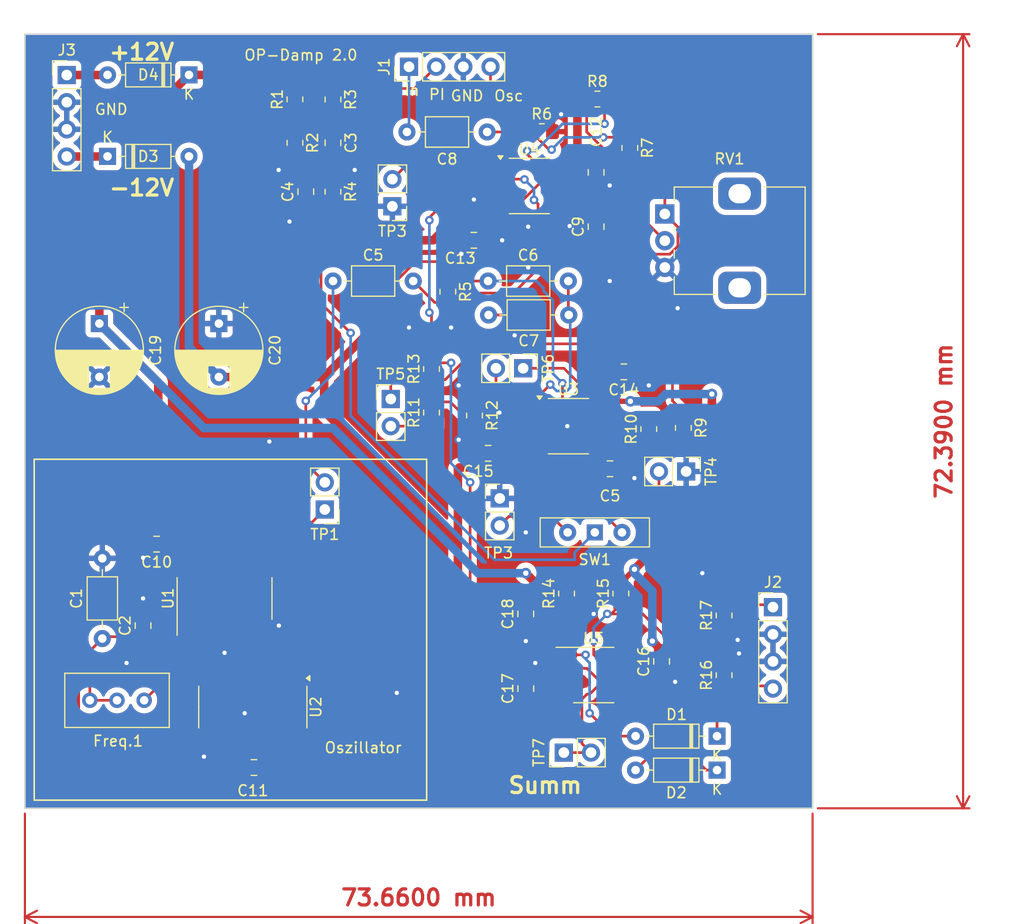
<source format=kicad_pcb>
(kicad_pcb (version 20240108) (generator "pcbnew") (generator_version "8.0")
  (title_block (title "OP-Damp") (date "2023-11-11") (rev "1.0") (comment 1 "Testboard für DampModuklator ohne Leistungsanteil"))
  (layers (0 "F.Cu" signal) (31 "B.Cu" signal) (34 "B.Paste" user) (35 "F.Paste" user) (36 "B.SilkS" user "B.Silkscreen") (37 "F.SilkS" user "F.Silkscreen") (38 "B.Mask" user) (39 "F.Mask" user) (44 "Edge.Cuts" user))
  (net 0 "")
  (net 1 "Net-(C1-Pad1)")
  (net 2 "GND")
  (net 3 "+12V")
  (net 4 "-12V")
  (net 5 "Net-(D1-K)")
  (net 6 "Net-(D1-A)")
  (net 7 "Net-(D2-K)")
  (net 8 "Net-(D3-K)")
  (net 9 "Net-(D4-A)")
  (net 10 "Sign_ein")
  (net 11 "OSC_inv")
  (net 12 "Net-(C4-Pad2)")
  (net 13 "Net-(U3B-+)")
  (net 14 "Net-(U4A--)")
  (net 15 "Net-(TP1-Pad1)")
  (net 16 "Osc")
  (net 17 "Net-(C5-Pad2)")
  (net 18 "TRI")
  (net 19 "Net-(D2-A)")
  (net 20 "Net-(Freq.1-Pad1)")
  (net 21 "Net-(U3B--)")
  (net 23 "Net-(SW1-C)")
  (net 24 "Sign_Power")
  (net 25 "Net-(SW1-B)")
  (net 26 "Net-(SW1-A)")
  (net 27 "Net-(C3-Pad1)")
  (net 28 "Net-(C5-Pad1)")
  (net 29 "Net-(C6-Pad2)")
  (net 30 "Net-(C8-Pad2)")
  (net 31 "Net-(C9-Pad2)")
  (net 32 "Net-(U4B--)")
  (net 33 "Net-(R8-Pad2)")
  (net 34 "Net-(R10-Pad2)")
  (net 35 "Net-(R11-Pad1)")
  (net 36 "Net-(R12-Pad1)")
  (net 37 "Net-(U5A--)")
  (net 38 "Net-(U2B-C)")
  (net 39 "Net-(U2B-Q)")
  (footprint "Package_SO:SOP-8_3.76x4.96mm_P1.27mm" (layer "F.Cu") (at 178.9935 97.617)
    (property "Reference" "U3")
    (property "Value" "NE5532")
  )
  (footprint "Diode_THT:D_DO-35_SOD27_P7.62mm_Horizontal" (layer "F.Cu") (at 192.8885 129.778 180)
    (property "Reference" "D2")
    (property "Value" "1N4007")
  )
  (footprint "Package_SO:SO-14_3.9x8.65mm_P1.27mm" (layer "F.Cu") (at 146.834 113.727 90)
    (property "Reference" "U1")
    (property "Value" "40106")
  )
  (footprint "Capacitor_SMD:C_0805_2012Metric_Pad1.18x1.45mm_HandSolder" (layer "F.Cu") (at 182.88 101.6)
    (property "Reference" "C5")
    (property "Value" "100n")
  )
  (footprint "Connector_PinHeader_2.54mm:PinHeader_1x04_P2.54mm_Vertical" (layer "F.Cu") (at 132.08 64.78)
    (property "Reference" "J3")
    (property "Value" "Conn_01x04_Pin")
  )
  (footprint "Connector_PinHeader_2.54mm:PinHeader_1x02_P2.54mm_Vertical" (layer "F.Cu") (at 174.757 92.202 -90)
    (property "Reference" "TP6")
    (property "Value" "TestPoint_2Pole")
  )
  (footprint "Capacitor_SMD:C_0805_2012Metric_Pad1.18x1.45mm_HandSolder" (layer "F.Cu") (at 140.484 108.647 180)
    (property "Reference" "C10")
    (property "Value" "100nF")
  )
  (footprint "Capacitor_SMD:C_0805_2012Metric_Pad1.18x1.45mm_HandSolder" (layer "F.Cu") (at 139.214 116.267 90)
    (property "Reference" "C2")
    (property "Value" "100n")
  )
  (footprint "Capacitor_SMD:C_0805_2012Metric_Pad1.18x1.45mm_HandSolder" (layer "F.Cu") (at 149.5845 129.54 180)
    (property "Reference" "C11")
    (property "Value" "100nF")
  )
  (footprint "Capacitor_THT:CP_Radial_D8.0mm_P5.00mm" (layer "F.Cu") (at 135.128 88.021349 -90)
    (property "Reference" "C19")
    (property "Value" "C_Polarized")
  )
  (footprint "Resistor_SMD:R_0805_2012Metric_Pad1.20x1.40mm_HandSolder" (layer "F.Cu") (at 184.733 71.598 -90)
    (property "Reference" "R7")
    (property "Value" "10k")
  )
  (footprint "Resistor_SMD:R_0805_2012Metric_Pad1.20x1.40mm_HandSolder" (layer "F.Cu") (at 183.896 113.268 90)
    (property "Reference" "R15")
    (property "Value" "3k")
  )
  (footprint "Resistor_SMD:R_0805_2012Metric_Pad1.20x1.40mm_HandSolder" (layer "F.Cu") (at 178.816 113.268 90)
    (property "Reference" "R14")
    (property "Value" "3k")
  )
  (footprint "Capacitor_SMD:C_0805_2012Metric_Pad1.18x1.45mm_HandSolder" (layer "F.Cu") (at 181.58 78.964 90)
    (property "Reference" "C9")
    (property "Value" "10n")
  )
  (footprint "Resistor_SMD:R_0805_2012Metric_Pad1.20x1.40mm_HandSolder" (layer "F.Cu") (at 186.5085 97.887 90)
    (property "Reference" "R10")
    (property "Value" "10k")
  )
  (footprint "Resistor_SMD:R_0805_2012Metric_Pad1.20x1.40mm_HandSolder" (layer "F.Cu") (at 193.548 120.904 90)
    (property "Reference" "R16")
    (property "Value" "3k")
  )
  (footprint "Resistor_SMD:R_0805_2012Metric_Pad1.20x1.40mm_HandSolder" (layer "F.Cu") (at 166.1885 96.347 90)
    (property "Reference" "R11")
    (property "Value" "10k")
  )
  (footprint "Capacitor_SMD:C_0805_2012Metric_Pad1.18x1.45mm_HandSolder" (layer "F.Cu") (at 154.432 75.692 90)
    (property "Reference" "C4")
    (property "Value" "100n")
  )
  (footprint "Resistor_SMD:R_0805_2012Metric_Pad1.20x1.40mm_HandSolder" (layer "F.Cu") (at 189.738 97.774 -90)
    (property "Reference" "R9")
    (property "Value" "10k")
  )
  (footprint "Capacitor_THT:C_Axial_L3.8mm_D2.6mm_P7.50mm_Horizontal" (layer "F.Cu") (at 171.48 84.044)
    (property "Reference" "C6")
    (property "Value" "150n")
  )
  (footprint "Capacitor_SMD:C_0805_2012Metric_Pad1.18x1.45mm_HandSolder" (layer "F.Cu") (at 184.1785 92.537 180)
    (property "Reference" "C14")
    (property "Value" "100n")
  )
  (footprint "Capacitor_THT:C_Axial_L3.8mm_D2.6mm_P7.50mm_Horizontal" (layer "F.Cu") (at 179.025 87.219 180)
    (property "Reference" "C7")
    (property "Value" "1u")
  )
  (footprint "Connector_PinHeader_2.54mm:PinHeader_1x04_P2.54mm_Vertical" (layer "F.Cu") (at 164.084 64.008 90)
    (property "Reference" "J1")
    (property "Value" "Conn_01x04_Pin")
  )
  (footprint "Capacitor_SMD:C_0805_2012Metric_Pad1.18x1.45mm_HandSolder" (layer "F.Cu") (at 175.0035 115.173 90)
    (property "Reference" "C18")
    (property "Value" "100n")
  )
  (footprint "Capacitor_THT:CP_Radial_D8.0mm_P5.00mm" (layer "F.Cu") (at 146.304 88.021349 -90)
    (property "Reference" "C20")
    (property "Value" "C_Polarized")
  )
  (footprint "Capacitor_THT:C_Axial_L3.8mm_D2.6mm_P7.50mm_Horizontal" (layer "F.Cu") (at 135.404 117.477 90)
    (property "Reference" "C1")
    (property "Value" "100n")
  )
  (footprint "Capacitor_THT:C_Axial_L3.8mm_D2.6mm_P7.50mm_Horizontal" (layer "F.Cu") (at 163.89 70.104)
    (property "Reference" "C8")
    (property "Value" "1u")
  )
  (footprint "Capacitor_SMD:C_0805_2012Metric_Pad1.18x1.45mm_HandSolder" (layer "F.Cu") (at 171.4785 100.157 180)
    (property "Reference" "C15")
    (property "Value" "100n")
  )
  (footprint "Resistor_SMD:R_0805_2012Metric_Pad1.20x1.40mm_HandSolder" (layer "F.Cu") (at 193.548 115.316 90)
    (property "Reference" "R17")
    (property "Value" "3k")
  )
  (footprint "Resistor_SMD:R_0805_2012Metric_Pad1.20x1.40mm_HandSolder" (layer "F.Cu") (at 156.972 67.072 -90)
    (property "Reference" "R3")
    (property "Value" "1k")
  )
  (footprint "Connector_PinHeader_2.54mm:PinHeader_1x02_P2.54mm_Vertical" (layer "F.Cu") (at 189.997 101.854 -90)
    (property "Reference" "TP4")
    (property "Value" "TestPoint_2Pole")
  )
  (footprint "Capacitor_SMD:C_0805_2012Metric_Pad1.18x1.45mm_HandSolder" (layer "F.Cu") (at 175.006 122.158 90)
    (property "Reference" "C17")
    (property "Value" "100n")
  )
  (footprint "Connector_PinHeader_2.54mm:PinHeader_1x02_P2.54mm_Vertical" (layer "F.Cu") (at 178.562 128.143 90)
    (property "Reference" "TP7")
    (property "Value" "TestPoint_2Pole")
  )
  (footprint "Connector_PinHeader_2.54mm:PinHeader_1x02_P2.54mm_Vertical" (layer "F.Cu") (at 172.5685 104.373)
    (property "Reference" "TP3")
    (property "Value" "TestPoint_3")
  )
  (footprint "Resistor_SMD:R_0805_2012Metric_Pad1.20x1.40mm_HandSolder" (layer "F.Cu") (at 170.2085 96.617 -90)
    (property "Reference" "R12")
    (property "Value" "10k")
  )
  (footprint "Diode_THT:D_DO-35_SOD27_P7.62mm_Horizontal" (layer "F.Cu") (at 143.51 64.77 180)
    (property "Reference" "D4")
    (property "Value" "D")
  )
  (footprint "Connector_PinHeader_2.54mm:PinHeader_1x02_P2.54mm_Vertical" (layer "F.Cu") (at 156.21 105.41 180)
    (property "Reference" "TP1")
    (property "Value" "TestPoint_1")
  )
  (footprint "Resistor_SMD:R_0805_2012Metric_Pad1.20x1.40mm_HandSolder" (layer "F.Cu") (at 156.972 75.692 -90)
    (property "Reference" "R4")
    (property "Value" "100k")
  )
  (footprint "Resistor_SMD:R_0805_2012Metric_Pad1.20x1.40mm_HandSolder" (layer "F.Cu") (at 176.5 70.074)
    (property "Reference" "R6")
    (property "Value" "1k")
  )
  (footprint "Capacitor_SMD:C_0805_2012Metric_Pad1.18x1.45mm_HandSolder" (layer "F.Cu") (at 170.15 80.234 180)
    (property "Reference" "C13")
    (property "Value" "100n")
  )
  (footprint "Diode_THT:D_DO-35_SOD27_P7.62mm_Horizontal" (layer "F.Cu") (at 135.89 72.39)
    (property "Reference" "D3")
    (property "Value" "D")
  )
  (footprint "Capacitor_THT:C_Axial_L3.8mm_D2.6mm_P7.50mm_Horizontal" (layer "F.Cu") (at 156.98 84.044)
    (property "Reference" "C5")
    (property "Value" "1u")
  )
  (footprint "Resistor_SMD:R_0805_2012Metric_Pad1.20x1.40mm_HandSolder" (layer "F.Cu") (at 153.416 71.12 -90)
    (property "Reference" "R2")
    (property "Value" "1k")
  )
  (footprint "Potentiometer_THT:Potentiometer_Alps_RK09K_Single_Vertical" (layer "F.Cu") (at 188.006 77.774)
    (property "Reference" "RV1")
    (property "Value" "R_Potentiometer")
  )
  (footprint "Resistor_SMD:R_0805_2012Metric_Pad1.20x1.40mm_HandSolder" (layer "F.Cu") (at 166.1885 92.267 90)
    (property "Reference" "R13")
    (property "Value" "10k")
  )
  (footprint "Resistor_SMD:R_0805_2012Metric_Pad1.20x1.40mm_HandSolder" (layer "F.Cu") (at 181.701 67.026)
    (property "Reference" "R8")
    (property "Value" "10k")
  )
  (footprint "Capacitor_SMD:C_0805_2012Metric_Pad1.18x1.45mm_HandSolder" (layer "F.Cu") (at 187.706 119.618 90)
    (property "Reference" "C16")
    (property "Value" "100n")
  )
  (footprint "Package_SO:SOIC-16_3.9x9.9mm_P1.27mm" (layer "F.Cu") (at 149.479 123.887 -90)
    (property "Reference" "U2")
    (property "Value" "4027")
  )
  (footprint "Package_SO:SOP-8_3.76x4.96mm_P1.27mm" (layer "F.Cu") (at 181.356 120.888)
    (property "Reference" "U5")
    (property "Value" "LMV393")
  )
  (footprint "Potentiometer_THT:Potentiometer_Bourns_3296W_Vertical" (layer "F.Cu") (at 139.319 123.252)
    (property "Reference" "Freq.1")
    (property "Value" "10k")
  )
  (footprint "Diode_THT:D_DO-35_SOD27_P7.62mm_Horizontal" (layer "F.Cu") (at 192.8885 126.603 180)
    (property "Reference" "D1")
    (property "Value" "1N4007")
  )
  (footprint "Connector_PinHeader_2.54mm:PinHeader_1x04_P2.54mm_Vertical" (layer "F.Cu") (at 198.12 114.538)
    (property "Reference" "J2")
    (property "Value" "Conn_01x04_Pin")
  )
  (footprint "Resistor_SMD:R_0805_2012Metric_Pad1.20x1.40mm_HandSolder" (layer "F.Cu") (at 153.416 67.056 90)
    (property "Reference" "R1")
    (property "Value" "10k")
  )
  (footprint "Capacitor_SMD:C_0805_2012Metric_Pad1.18x1.45mm_HandSolder" (layer "F.Cu") (at 156.972 71.12 -90)
    (property "Reference" "C3")
    (property "Value" "1u")
  )
  (footprint "Connector_PinHeader_2.54mm:PinHeader_1x02_P2.54mm_Vertical" (layer "F.Cu") (at 162.3785 95.077)
    (property "Reference" "TP5")
    (property "Value" "TestPoint_2Pole")
  )
  (footprint "Capacitor_SMD:C_0805_2012Metric_Pad1.18x1.45mm_HandSolder" (layer "F.Cu") (at 181.58 73.884 90)
    (property "Reference" "C12")
    (property "Value" "100n")
  )
  (footprint "Resistor_SMD:R_0805_2012Metric_Pad1.20x1.40mm_HandSolder" (layer "F.Cu") (at 167.715 85.044 -90)
    (property "Reference" "R5")
    (property "Value" "75k")
  )
  (footprint "Connector_PinHeader_2.54mm:PinHeader_1x02_P2.54mm_Vertical" (layer "F.Cu") (at 162.53 77.059 180)
    (property "Reference" "TP3")
    (property "Value" "TestPoint_2Pole")
  )
  (footprint "Package_SO:SOP-8_3.76x4.96mm_P1.27mm" (layer "F.Cu") (at 175.335 75.154)
    (property "Reference" "U4")
    (property "Value" "NE5532")
  )
  (footprint "Button_Switch_THT:SW_Slide-03_Wuerth-WS-SLTV_10x2.5x6.4_P2.54mm" (layer "F.Cu") (at 181.4585 107.553 180)
    (property "Reference" "SW1")
    (property "Value" "SW_Wuerth_450301014042")
  )
  (gr_poly (pts (xy 129.032 100.711) (xy 129.032 132.588) (xy 165.735 132.588) (xy 165.735 100.711)) (stroke (width 0.15)) (fill none) (layer "F.SilkS"))
  (gr_line (start 201.825 133.35) (end 128.165 133.35) (stroke (width 0.15)) (layer "Edge.Cuts"))
  (gr_line (start 128.165 133.35) (end 128.165 60.96) (stroke (width 0.15)) (layer "Edge.Cuts"))
  (gr_line (start 201.825 60.96) (end 201.825 133.35) (stroke (width 0.15)) (layer "Edge.Cuts"))
  (gr_line (start 128.165 60.96) (end 201.825 60.96) (stroke (width 0.15)) (layer "Edge.Cuts"))
  (gr_text "In" (at 163.576 66.802 0) (layer "F.SilkS") (effects (font (size 1 1)) (justify left bottom)))
  (gr_text "-12V" (at 135.89 76.2 0) (layer "F.SilkS") (effects (font (size 1.5 1.5) (thickness 0.3) (bold yes)) (justify left bottom)))
  (gr_text "GND" (at 134.62 68.58 0) (layer "F.SilkS") (effects (font (size 1 1)) (justify left bottom)))
  (gr_text "OP-Damp 2.0 " (at 148.59 63.5 0) (layer "F.SilkS") (effects (font (size 1 1)) (justify left bottom)))
  (gr_text "Oszillator" (at 156.105 128.27 0) (layer "F.SilkS") (effects (font (size 1 1)) (justify left bottom)))
  (gr_text "PI" (at 165.862 67.183 0) (layer "F.SilkS") (effects (font (size 1 1)) (justify left bottom)))
  (gr_text "+12V" (at 135.89 63.5 0) (layer "F.SilkS") (effects (font (size 1.5 1.5) (thickness 0.3) (bold yes)) (justify left bottom)))
  (gr_text "GND" (at 167.894 67.31 0) (layer "F.SilkS") (effects (font (size 1 1)) (justify left bottom)))
  (gr_text "Osc" (at 171.958 67.31 0) (layer "F.SilkS") (effects (font (size 1 1)) (justify left bottom)))
  (gr_text "Summ" (at 173.228 132.08 0) (layer "F.SilkS") (effects (font (size 1.5 1.5) (thickness 0.3) (bold yes)) (justify left bottom)))
  (dimension (type aligned) (layer "F.Cu") (pts (xy 128.165 133.35) (xy 201.825 133.35)) (height 10.159999) (gr_text "73,6600 mm" (at 164.995 141.709999 0) (layer "F.Cu") (effects (font (size 1.5 1.5) (thickness 0.3)))) (format (prefix "") (suffix "") (units 3) (units_format 1) (precision 4)) (style (thickness 0.2) (arrow_length 1.27) (text_position_mode 0) (extension_height 0.58642) (extension_offset 0.5) keep_text_aligned))
  (dimension (type aligned) (layer "F.Cu") (pts (xy 201.825 133.35) (xy 201.825 60.96)) (height 14.075) (gr_text "72,3900 mm" (at 214.1 97.155 90) (layer "F.Cu") (effects (font (size 1.5 1.5) (thickness 0.3)))) (format (prefix "") (suffix "") (units 3) (units_format 1) (precision 4)) (style (thickness 0.2) (arrow_length 1.27) (text_position_mode 0) (extension_height 0.58642) (extension_offset 0.5) keep_text_aligned))
  (segment (start 134.239 118.642) (end 135.404 117.477) (width 0.25) (layer "F.Cu") (net 1))
  (segment (start 135.5765 117.3045) (end 135.404 117.477) (width 0.25) (layer "F.Cu") (net 1))
  (segment (start 136.779 123.252) (end 134.239 123.252) (width 0.25) (layer "F.Cu") (net 1))
  (segment (start 143.024 116.202) (end 141.9215 117.3045) (width 0.25) (layer "F.Cu") (net 1))
  (segment (start 139.214 117.3045) (end 135.5765 117.3045) (width 0.25) (layer "F.Cu") (net 1))
  (segment (start 134.239 123.252) (end 134.239 118.642) (width 0.25) (layer "F.Cu") (net 1))
  (segment (start 141.9215 117.3045) (end 139.214 117.3045) (width 0.25) (layer "F.Cu") (net 1))
  (segment (start 148.547 129.54) (end 145.923 129.54) (width 0.25) (layer "F.Cu") (net 2))
  (segment (start 139.4465 108.647) (end 139.4465 109.6845) (width 0.25) (layer "F.Cu") (net 2))
  (segment (start 185.2385 92.537) (end 186.5085 93.807) (width 0.25) (layer "F.Cu") (net 2))
  (segment (start 193.548 116.332) (end 194.818 117.602) (width 0.25) (layer "F.Cu") (net 2))
  (segment (start 177.5 69.261) (end 178.308 68.453) (width 0.25) (layer "F.Cu") (net 2))
  (segment (start 154.432 76.962) (end 152.908 78.486) (width 0.25) (layer "F.Cu") (net 2))
  (segment (start 169.1125 80.234) (end 169.1125 81.3765) (width 0.25) (layer "F.Cu") (net 2))
  (segment (start 177.5 70.074) (end 177.5 69.261) (width 0.25) (layer "F.Cu") (net 2))
  (segment (start 157.5015 72.1575) (end 159.004 73.66) (width 0.25) (layer "F.Cu") (net 2))
  (segment (start 183.9175 101.6) (end 184.2905 101.6) (width 0.25) (layer "F.Cu") (net 2))
  (segment (start 186.8385 121.523) (end 187.706 120.6555) (width 0.25) (layer "F.Cu") (net 2))
  (segment (start 139.214 115.2295) (end 139.214 113.727) (width 0.25) (layer "F.Cu") (net 2))
  (segment (start 181.58 80.0015) (end 180.207098 80.0015) (width 0.25) (layer "F.Cu") (net 2))
  (segment (start 169.1125 81.3765) (end 168.985 81.504) (width 0.25) (layer "F.Cu") (net 2))
  (segment (start 182.6175 74.9215) (end 182.8055 75.1095) (width 0.25) (layer "F.Cu") (net 2))
  (segment (start 175.006 121.1205) (end 175.006 120.65) (width 0.25) (layer "F.Cu") (net 2))
  (segment (start 183.8935 121.523) (end 186.8385 121.523) (width 0.25) (layer "F.Cu") (net 2))
  (segment (start 175.4085 121.523) (end 175.006 121.1205) (width 0.25) (layer "F.Cu") (net 2))
  (segment (start 177.657 121.523) (end 175.895 119.761) (width 0.25) (layer "F.Cu") (net 2))
  (segment (start 150.644 116.202) (end 151.849 116.202) (width 0.25) (layer "F.Cu") (net 2))
  (segment (start 153.416 72.12) (end 153.416 72.136) (width 0.25) (layer "F.Cu") (net 2))
  (segment (start 178.8185 121.523) (end 177.657 121.523) (width 0.25) (layer "F.Cu") (net 2))
  (segment (start 175.0035 116.2105) (end 175.0035 117.713) (width 0.25) (layer "F.Cu") (net 2))
  (segment (start 153.416 72.136) (end 151.892 73.66) (width 0.25) (layer "F.Cu") (net 2))
  (segment (start 185.216 92.537) (end 185.2385 92.537) (width 0.25) (layer "F.Cu") (net 2))
  (segment (start 148.547 129.54) (end 146.137 129.54) (width 0.25) (layer "F.Cu") (net 2))
  (segment (start 170.785 75.789) (end 172.7975 75.789) (width 0.25) (layer "F.Cu") (net 2))
  (segment (start 178.975201 78.899201) (end 179.104799 78.899201) (width 0.25) (layer "F.Cu") (net 2))
  (segment (start 151.849 116.202) (end 151.914 116.267) (width 0.25) (layer "F.Cu") (net 2))
  (segment (start 178.83 77.059) (end 178.83 78.754) (width 0.25) (layer "F.Cu") (net 2))
  (segment (start 145.034 126.362) (end 145.034 128.397) (width 0.25) (layer "F.Cu") (net 2))
  (segment (start 184.2905 101.6) (end 185.1635 102.473) (width 0.25) (layer "F.Cu") (net 2))
  (segment (start 193.548 119.904) (end 193.913 119.904) (width 0.25) (layer "F.Cu") (net 2))
  (segment (start 145.034 121.412) (end 145.034 126.362) (width 0.25) (layer "F.Cu") (net 2))
  (segment (start 156.972 72.1575) (end 157.5015 72.1575) (width 0.25) (layer "F.Cu") (net 2))
  (segment (start 193.548 116.316) (end 193.548 116.332) (width 0.25) (layer "F.Cu") (net 2))
  (segment (start 145.923 129.54) (end 144.907 128.524) (width 0.25) (layer "F.Cu") (net 2))
  (segment (start 154.432 76.7295) (end 154.432 76.962) (width 0.25) (layer "F.Cu") (net 2))
  (segment (start 145.034 128.397) (end 144.907 128.524) (width 0.25) (layer "F.Cu") (net 2))
  (segment (start 175.006 120.65) (end 175.895 119.761) (width 0.25) (layer "F.Cu") (net 2))
  (segment (start 193.913 119.904) (end 194.945 118.872) (width 0.25) (layer "F.Cu") (net 2))
  (segment (start 181.58 74.9215) (end 182.6175 74.9215) (width 0.25) (layer "F.Cu") (net 2))
  (segment (start 182.8055 75.1095) (end 182.85 75.1095) (width 0.25) (layer "F.Cu") (net 2))
  (segment (start 139.4465 109.6845) (end 139.214 109.917) (width 0.25) (layer "F.Cu") (net 2))
  (segment (start 178.83 78.754) (end 178.975201 78.899201) (width 0.25) (layer "F.Cu") (net 2))
  (segment (start 169.9985 100.157) (end 168.7285 98.887) (width 0.25) (layer "F.Cu") (net 2))
  (segment (start 188.5735 121.523) (end 188.9735 121.523) (width 0.25) (layer "F.Cu") (net 2))
  (segment (start 180.207098 80.0015) (end 179.104799 78.899201) (width 0.25) (layer "F.Cu") (net 2))
  (segment (start 187.706 120.6555) (end 188.5735 121.523) (width 0.25) (layer "F.Cu") (net 2))
  (segment (start 170.785 75.789) (end 170.15 76.424) (width 0.25) (layer "F.Cu") (net 2))
  (segment (start 170.441 100.157) (end 169.9985 100.157) (width 0.25) (layer "F.Cu") (net 2))
  (via (at 175.23 82.774) (size 0.8) (drill 0.4) (layers "F.Cu" "B.Cu") (net 2))
  (via (at 175.23 78.964) (size 0.8) (drill 0.4) (layers "F.Cu" "B.Cu") (net 2))
  (via (at 159.004 73.66) (size 0.8) (drill 0.4) (layers "F.Cu" "B.Cu") (net 2))
  (via (at 144.907 128.524) (size 0.8) (drill 0.4) (layers "F.Cu" "B.Cu") (net 2))
  (via (at 164.084 88.392) (size 0.8) (drill 0.4) (layers "F.Cu" "B.Cu") (net 2))
  (via (at 182.85 84.044) (size 0.8) (drill 0.4) (layers "F.Cu" "B.Cu") (net 2))
  (via (at 168.7285 93.807) (size 0.8) (drill 0.4) (layers "F.Cu" "B.Cu") (net 2))
  (via (at 162.941 122.555) (size 0.8) (drill 0.4) (layers "F.Cu" "B.Cu") (net 2))
  (via (at 175.895 119.761) (size 0.8) (drill 0.4) (layers "F.Cu" "B.Cu") (net 2))
  (via (at 194.945 118.872) (size 0.8) (drill 0.4) (layers "F.Cu" "B.Cu") (net 2))
  (via (at 178.8885 97.617) (size 0.8) (drill 0.4) (layers "F.Cu" "B.Cu") (net 2))
  (via (at 151.892 73.66) (size 0.8) (drill 0.4) (layers "F.Cu" "B.Cu") (net 2))
  (via (at 151.914 116.267) (size 0.8) (drill 0.4) (layers "F.Cu" "B.Cu") (net 2))
  (via (at 146.834 118.807) (size 0.8) (drill 0.4) (layers "F.Cu" "B.Cu") (net 2))
  (via (at 181.3535 115.173) (size 0.8) (drill 0.4) (layers "F.Cu" "B.Cu") (net 2))
  (via (at 139.214 113.727) (size 0.8) (drill 0.4) (layers "F.Cu" "B.Cu") (net 2))
  (via (at 170.15 76.424) (size 0.8) (drill 0.4) (layers "F.Cu" "B.Cu") (net 2))
  (via (at 139.214 109.917) (size 0.8) (drill 0.4) (layers "F.Cu" "B.Cu") (net 2))
  (via (at 168.021 88.392) (size 0.8) (drill 0.4) (layers "F.Cu" "B.Cu") (net 2))
  (via (at 168.985 81.504) (size 0.8) (drill 0.4) (layers "F.Cu" "B.Cu") (net 2))
  (via (at 194.818 117.602) (size 0.8) (drill 0.4) (layers "F.Cu" "B.Cu") (net 2))
  (via (at 178.308 68.453) (size 0.8) (drill 0.4) (layers "F.Cu" "B.Cu") (net 2))
  (via (at 175.0035 107.553) (size 0.8) (drill 0.4) (layers "F.Cu" "B.Cu") (net 2))
  (via (at 152.908 78.486) (size 0.8) (drill 0.4) (layers "F.Cu" "B.Cu") (net 2))
  (via (at 151.025 99.06) (size 0.8) (drill 0.4) (layers "F.Cu" "B.Cu") (net 2))
  (via (at 179.104799 78.899201) (size 0.8) (drill 0.4) (layers "F.Cu" "B.Cu") (net 2))
  (via (at 172.795 80.234) (size 0.8) (drill 0.4) (layers "F.Cu" "B.Cu") (net 2))
  (via (at 172.5385 96.347) (size 0.8) (drill 0.4) (layers "F.Cu" "B.Cu") (net 2))
  (via (at 173.96 89.124) (size 0.8) (drill 0.4) (layers "F.Cu" "B.Cu") (net 2))
  (via (at 175.0035 117.713) (size 0.8) (drill 0.4) (layers "F.Cu" "B.Cu") (net 2))
  (via (at 186.5085 93.807) (size 0.8) (drill 0.4) (layers "F.Cu" "B.Cu") (net 2))
  (via (at 191.5135 111.363) (size 0.8) (drill 0.4) (layers "F.Cu" "B.Cu") (net 2))
  (via (at 182.85 75.1095) (size 0.8) (drill 0.4) (layers "F.Cu" "B.Cu") (net 2))
  (via (at 168.7285 98.887) (size 0.8) (drill 0.4) (layers "F.Cu" "B.Cu") (net 2))
  (via (at 148.717 124.46) (size 0.8) (drill 0.4) (layers "F.Cu" "B.Cu") (net 2))
  (via (at 188.9735 121.523) (size 0.8) (drill 0.4) (layers "F.Cu" "B.Cu") (net 2))
  (via (at 185.1635 102.473) (size 0.8) (drill 0.4) (layers "F.Cu" "B.Cu") (net 2))
  (via (at 137.668 119.761) (size 0.8) (drill 0.4) (layers "F.Cu" "B.Cu") (net 2))
  (via (at 189.2 86.584) (size 0.8) (drill 0.4) (layers "F.Cu" "B.Cu") (net 2))
  (segment (start 178.308 68.453) (end 178.435 68.58) (width 0.25) (layer "B.Cu") (net 2))
  (segment (start 178.83 73.249) (end 179.832 73.249) (width 0.5) (layer "F.Cu") (net 3))
  (segment (start 146.304 127.889) (end 146.431 128.016) (width 0.25) (layer "F.Cu") (net 3))
  (segment (start 192.405 97.028) (end 192.405 94.615) (width 0.8) (layer "F.Cu") (net 3))
  (segment (start 178.816 112.268) (end 175.9085 112.268) (width 0.8) (layer "F.Cu") (net 3))
  (segment (start 137.668 79.248) (end 137.668 70.612) (width 0.8) (layer "F.Cu") (net 3))
  (segment (start 146.431 128.016) (end 149.098 128.016) (width 0.25) (layer "F.Cu") (net 3))
  (segment (start 154.178 128.524) (end 153.924 128.27) (width 0.8) (layer "F.Cu") (net 3))
  (segment (start 146.304 126.362) (end 147.574 126.362) (width 0.25) (layer "F.Cu") (net 3))
  (segment (start 140.6325 101.6) (end 141.5215 102.489) (width 0.8) (layer "F.Cu") (net 3))
  (segment (start 146.05 64.77) (end 149.098 61.722) (width 0.8) (layer "F.Cu") (net 3))
  (segment (start 135.128 81.788) (end 135.128 88.021349) (width 0.8) (layer "F.Cu") (net 3))
  (segment (start 146.304 121.412) (end 146.304 123.571) (width 0.25) (layer "F.Cu") (net 3))
  (segment (start 149.098 61.722) (end 174.498 61.722) (width 0.8) (layer "F.Cu") (net 3))
  (segment (start 154.178 128.524) (end 151.837 130.865) (width 0.8) (layer "F.Cu") (net 3))
  (segment (start 150.114 122.386999) (end 148.929999 123.571) (width 0.25) (layer "F.Cu") (net 3))
  (segment (start 141.5215 102.489) (end 141.5215 108.647) (width 0.8) (layer "F.Cu") (net 3))
  (segment (start 143.024 110.1495) (end 142.90775 110.03325) (width 0.5) (layer "F.Cu") (net 3))
  (segment (start 174.498 61.722) (end 174.498 62.83201) (width 0.8) (layer "F.Cu") (net 3))
  (segment (start 185.1635 111.0005) (end 192.405 103.759) (width 0.8) (layer "F.Cu") (net 3))
  (segment (start 179.832 68.16601) (end 179.832 73.249) (width 0.8) (layer "F.Cu") (net 3))
  (segment (start 148.929999 123.571) (end 146.304 123.571) (width 0.25) (layer "F.Cu") (net 3))
  (segment (start 141.5215 108.647) (end 142.90775 110.03325) (width 0.8) (layer "F.Cu") (net 3))
  (segment (start 146.304 120.437001) (end 148.104 118.637001) (width 0.25) (layer "F.Cu") (net 3))
  (segment (start 179.832 73.249) (end 181.1775 73.249) (width 0.5) (layer "F.Cu") (net 3))
  (segment (start 175.9085 112.268) (end 175.0035 113.173) (width 0.8) (layer "F.Cu") (net 3))
  (segment (start 185.1635 111.0005) (end 183.896 112.268) (width 0.5) (layer "F.Cu") (net 3))
  (segment (start 183.8935 118.983) (end 187.3035 118.983) (width 0.5) (layer "F.Cu") (net 3))
  (segment (start 149.098 128.016) (end 150.622 129.54) (width 0.25) (layer "F.Cu") (net 3))
  (segment (start 143.024 111.252) (end 143.024 110.1495) (width 0.5) (layer "F.Cu") (net 3))
  (segment (start 184.785 95.2895) (end 182.911 95.2895) (width 0.5) (layer "F.Cu") (net 3))
  (segment (start 175.0035 113.173) (end 175.0035 114.1355) (width 0.8) (layer "F.Cu") (net 3))
  (segment (start 148.104 118.637001) (end 148.104 116.202) (width 0.25) (layer "F.Cu") (net 3))
  (segment (start 187.3035 118.983) (end 187.706 118.5805) (width 0.5) (layer "F.Cu") (net 3))
  (segment (start 135.128 81.788) (end 137.668 79.248) (width 0.8) (layer "F.Cu") (net 3))
  (segment (start 151.837 130.865) (end 139.542 130.865) (width 0.8) (layer "F.Cu") (net 3))
  (segment (start 150.114 121.412) (end 150.114 122.386999) (width 0.25) (layer "F.Cu") (net 3))
  (segment (start 175.9085 112.268) (end 175.0035 111.363) (width 0.8) (layer "F.Cu") (net 3))
  (segment (start 183.141 95.0595) (end 182.911 95.2895) (width 0.5) (layer "F.Cu") (net 3))
  (segment (start 137.668 70.612) (end 143.51 64.77) (width 0.8) (layer "F.Cu") (net 3))
  (segment (start 132.919 109.3135) (end 140.6325 101.6) (width 0.8) (layer "F.Cu") (net 3))
  (segment (start 135.128 88.021349) (end 140.6325 93.525849) (width 0.8) (layer "F.Cu") (net 3))
  (segment (start 174.498 62.83201) (end 179.832 68.16601) (width 0.8) (layer "F.Cu") (net 3))
  (segment (start 192.405 95.377) (end 192.405 97.028) (width 0.8) (layer "F.Cu") (net 3))
  (segment (start 178.816 112.268) (end 183.896 112.268) (width 0.5) (layer "F.Cu") (net 3))
  (segment (start 183.141 92.537) (end 183.141 95.0595) (width 0.5) (layer "F.Cu") (net 3))
  (segment (start 146.304 126.362) (end 146.304 127.889) (width 0.25) (layer "F.Cu") (net 3))
  (segment (start 181.1775 73.249) (end 181.58 72.8465) (width 0.5) (layer "F.Cu") (net 3))
  (segment (start 187.706 118.5805) (end 186.8385 117.713) (width 0.8) (layer "F.Cu") (net 3))
  (segment (start 153.924 128.27) (end 153.924 126.362) (width 0.8) (layer "F.Cu") (net 3))
  (segment (start 140.6325 93.525849) (end 140.6325 101.6) (width 0.8) (layer "F.Cu") (net 3))
  (segment (start 182.911 95.2895) (end 182.4885 95.712) (width 0.5) (layer "F.Cu") (net 3))
  (segment (start 139.542 130.865) (end 132.919 124.242) (width 0.8) (layer "F.Cu") (net 3))
  (segment (start 132.919 124.242) (end 132.919 109.3135) (width 0.8) (layer "F.Cu") (net 3))
  (segment (start 143.51 64.77) (end 146.05 64.77) (width 0.8) (layer "F.Cu") (net 3))
  (segment (start 153.162 129.54) (end 154.178 128.524) (width 0.8) (layer "F.Cu") (net 3))
  (segment (start 146.304 123.571) (end 146.304 126.362) (width 0.25) (layer "F.Cu") (net 3))
  (segment (start 150.622 129.54) (end 153.162 129.54) (width 0.8) (layer "F.Cu") (net 3))
  (segment (start 192.405 103.759) (end 192.405 95.377) (width 0.8) (layer "F.Cu") (net 3))
  (segment (start 146.304 121.412) (end 146.304 120.437001) (width 0.25) (layer "F.Cu") (net 3))
  (via (at 175.0035 111.363) (size 1) (drill 0.5) (layers "F.Cu" "B.Cu") (net 3))
  (via (at 184.785 95.2895) (size 1) (drill 0.5) (layers "F.Cu" "B.Cu") (net 3))
  (via (at 185.1635 111.0005) (size 1) (drill 0.5) (layers "F.Cu" "B.Cu") (net 3))
  (via (at 186.8385 117.713) (size 1) (drill 0.5) (layers "F.Cu" "B.Cu") (net 3))
  (via (at 192.405 94.615) (size 1) (drill 0.5) (layers "F.Cu" "B.Cu") (net 3))
  (segment (start 185.1635 111.363) (end 185.1635 111.0005) (width 0.8) (layer "B.Cu") (net 3))
  (segment (start 156.972 97.79) (end 144.896651 97.79) (width 0.8) (layer "B.Cu") (net 3))
  (segment (start 186.8385 113.038) (end 185.1635 111.363) (width 0.8) (layer "B.Cu") (net 3))
  (segment (start 170.545 111.363) (end 175.0035 111.363) (width 0.8) (layer "B.Cu") (net 3))
  (segment (start 186.8385 117.713) (end 186.8385 113.038) (width 0.8) (layer "B.Cu") (net 3))
  (segment (start 144.896651 97.79) (end 135.128 88.021349) (width 0.8) (layer "B.Cu") (net 3))
  (segment (start 156.972 97.79) (end 170.545 111.363) (width 0.8) (layer "B.Cu") (net 3))
  (segment (start 192.405 94.615) (end 188.087 94.615) (width 0.8) (layer "B.Cu") (net 3))
  (segment (start 187.4125 95.2895) (end 184.785 95.2895) (width 0.8) (layer "B.Cu") (net 3))
  (segment (start 188.087 94.615) (end 187.4125 95.2895) (width 0.8) (layer "B.Cu") (net 3))
  (segment (start 174.6535 100.157) (end 175.2885 99.522) (width 0.8) (layer "F.Cu") (net 4))
  (segment (start 168.6535 120.253) (end 168.6535 108.204) (width 0.8) (layer "F.Cu") (net 4))
  (segment (start 156.15 93.021349) (end 156.15 96.206) (width 0.8) (layer "F.Cu") (net 4))
  (segment (start 172.516 100.157) (end 171.191 101.482) (width 0.8) (layer "F.Cu") (net 4))
  (segment (start 171.1875 78.964) (end 171.1325 78.909) (width 0.8) (layer "F.Cu") (net 4))
  (segment (start 166.34 80.234) (end 161.365 80.234) (width 0.8) (layer "F.Cu") (net 4))
  (segment (start 167.665 78.909) (end 166.34 80.234) (width 0.8) (layer "F.Cu") (net 4))
  (segment (start 171.1325 78.909) (end 167.665 78.909) (width 0.8) (layer "F.Cu") (net 4))
  (segment (start 156.15 96.206) (end 168.148 108.204) (width 0.8) (layer "F.Cu") (net 4))
  (segment (start 171.1875 80.234) (end 171.1875 78.964) (width 0.8) (layer "F.Cu") (net 4))
  (segment (start 171.596 123.1955) (end 168.6535 120.253) (width 0.8) (layer "F.Cu") (net 4))
  (segment (start 171.1875 78.964) (end 171.1875 77.5015) (width 0.8) (layer "F.Cu") (net 4))
  (segment (start 159.99 89.181349) (end 156.15 93.021349) (width 0.8) (layer "F.Cu") (net 4))
  (segment (start 172.516 100.157) (end 174.6535 100.157) (width 0.8) (layer "F.Cu") (net 4))
  (segment (start 171.1875 77.5015) (end 171.63 77.059) (width 0.8) (layer "F.Cu") (net 4))
  (segment (start 161.365 80.234) (end 159.99 81.609) (width 0.8) (layer "F.Cu") (net 4))
  (segment (start 175.006 123.1955) (end 171.596 123.1955) (width 0.8) (layer "F.Cu") (net 4))
  (segment (start 178.416 123.1955) (end 178.8185 122.793) (width 0.8) (layer "F.Cu") (net 4))
  (segment (start 171.191 101.482) (end 168.7835 101.482) (width 0.8) (layer "F.Cu") (net 4))
  (segment (start 159.99 81.609) (end 159.99 89.181349) (width 0.8) (layer "F.Cu") (net 4))
  (segment (start 168.148 108.204) (end 168.6535 108.204) (width 0.8) (layer "F.Cu") (net 4))
  (segment (start 156.15 93.021349) (end 146.304 93.021349) (width 0.8) (layer "F.Cu") (net 4))
  (segment (start 168.6535 108.204) (end 168.6535 101.612) (width 0.8) (layer "F.Cu") (net 4))
  (segment (start 175.006 123.1955) (end 178.416 123.1955) (width 0.8) (layer "F.Cu") (net 4))
  (segment (start 168.6535 101.612) (end 168.7835 101.482) (width 0.8) (layer "F.Cu") (net 4))
  (segment (start 143.51 90.227349) (end 146.304 93.021349) (width 0.8) (layer "B.Cu") (net 4))
  (segment (start 143.51 72.39) (end 143.51 90.227349) (width 0.8) (layer "B.Cu") (net 4))
  (segment (start 192.8885 126.603) (end 192.8885 122.5635) (width 0.25) (layer "F.Cu") (net 5))
  (segment (start 197.866 121.904) (end 198.12 122.158) (width 0.25) (layer "F.Cu") (net 5))
  (segment (start 192.8885 122.5635) (end 193.548 121.904) (width 0.25) (layer "F.Cu") (net 5))
  (segment (start 193.548 121.904) (end 197.866 121.904) (width 0.25) (layer "F.Cu") (net 5))
  (segment (start 178.8185 118.983) (end 178.8185 117.713) (width 0.25) (layer "F.Cu") (net 6))
  (segment (start 185.2685 126.603) (end 183.118 126.603) (width 0.25) (layer "F.Cu") (net 6))
  (segment (start 183.118 126.603) (end 180.975 124.46) (width 0.25) (layer "F.Cu") (net 6))
  (segment (start 178.8345 118.999) (end 178.8185 118.983) (width 0.25) (layer "F.Cu") (net 6))
  (segment (start 178.8185 117.713) (end 178.8185 114.2705) (width 0.25) (layer "F.Cu") (net 6))
  (segment (start 180.594 118.999) (end 178.8345 118.999) (width 0.25) (layer "F.Cu") (net 6))
  (segment (start 178.8185 114.2705) (end 178.816 114.268) (width 0.25) (layer "F.Cu") (net 6))
  (via (at 180.594 118.999) (size 0.8) (drill 0.4) (layers "F.Cu" "B.Cu") (net 6))
  (via (at 180.975 124.46) (size 0.8) (drill 0.4) (layers "F.Cu" "B.Cu") (net 6))
  (segment (start 180.975 119.761) (end 180.975 124.46) (width 0.25) (layer "B.Cu") (net 6))
  (segment (start 180.34 119.126) (end 180.975 119.761) (width 0.25) (layer "B.Cu") (net 6))
  (segment (start 180.594 118.999) (end 180.467 118.999) (width 0.25) (layer "B.Cu") (net 6))
  (segment (start 180.467 118.999) (end 180.34 119.126) (width 0.25) (layer "B.Cu") (net 6))
  (segment (start 191.881 129.778) (end 192.8885 129.778) (width 0.25) (layer "F.Cu") (net 7))
  (segment (start 197.898 114.316) (end 198.12 114.538) (width 0.25) (layer "F.Cu") (net 7))
  (segment (start 193.548 114.316) (end 191.135 116.729) (width 0.25) (layer "F.Cu") (net 7))
  (segment (start 193.548 114.316) (end 197.898 114.316) (width 0.25) (layer "F.Cu") (net 7))
  (segment (start 191.135 129.032) (end 191.881 129.778) (width 0.25) (layer "F.Cu") (net 7))
  (segment (start 191.135 116.729) (end 191.135 129.032) (width 0.25) (layer "F.Cu") (net 7))
  (segment (start 132.08 72.4) (end 135.88 72.4) (width 0.8) (layer "F.Cu") (net 8))
  (segment (start 135.88 72.4) (end 135.89 72.39) (width 0.8) (layer "F.Cu") (net 8))
  (segment (start 135.88 64.78) (end 135.89 64.77) (width 0.8) (layer "F.Cu") (net 9))
  (segment (start 132.08 64.78) (end 135.88 64.78) (width 0.8) (layer "F.Cu") (net 9))
  (segment (start 164.084 64.008) (end 164.084 69.91) (width 0.25) (layer "B.Cu") (net 10))
  (segment (start 164.084 69.91) (end 163.89 70.104) (width 0.25) (layer "B.Cu") (net 10))
  (segment (start 171.704 65.345) (end 162.53 74.519) (width 0.25) (layer "F.Cu") (net 11))
  (segment (start 171.704 64.008) (end 171.704 65.345) (width 0.25) (layer "F.Cu") (net 11))
  (segment (start 157.6921 70.995) (end 158.022 70.6651) (width 0.25) (layer "F.Cu") (net 12))
  (segment (start 158.022 69.122) (end 156.972 68.072) (width 0.25) (layer "F.Cu") (net 12))
  (segment (start 156.9345 74.6545) (end 156.972 74.692) (width 0.25) (layer "F.Cu") (net 12))
  (segment (start 154.432 74.6545) (end 156.9345 74.6545) (width 0.25) (layer "F.Cu") (net 12))
  (segment (start 155.922 73.642) (end 155.922 71.5749) (width 0.25) (layer "F.Cu") (net 12))
  (segment (start 156.972 74.692) (end 155.922 73.642) (width 0.25) (layer "F.Cu") (net 12))
  (segment (start 158.022 70.6651) (end 158.022 69.122) (width 0.25) (layer "F.Cu") (net 12))
  (segment (start 155.922 71.5749) (end 156.5019 70.995) (width 0.25) (layer "F.Cu") (net 12))
  (segment (start 156.5019 70.995) (end 157.6921 70.995) (width 0.25) (layer "F.Cu") (net 12))
  (segment (start 187.457 103.246) (end 187.457 101.854) (width 0.25) (layer "F.Cu") (net 13))
  (segment (start 181.229 101.6) (end 181.8425 101.6) (width 0.25) (layer "F.Cu") (net 13))
  (segment (start 179.832 99.822) (end 179.832 100.203) (width 0.25) (layer "F.Cu") (net 13))
  (segment (start 180.132 99.522) (end 179.832 99.822) (width 0.25) (layer "F.Cu") (net 13))
  (segment (start 186.055 104.648) (end 187.457 103.246) (width 0.25) (layer "F.Cu") (net 13))
  (segment (start 179.832 100.203) (end 181.229 101.6) (width 0.25) (layer "F.Cu") (net 13))
  (segment (start 181.531 99.522) (end 180.132 99.522) (width 0.25) (layer "F.Cu") (net 13))
  (segment (start 181.8425 101.6) (end 184.8905 104.648) (width 0.25) (layer "F.Cu") (net 13))
  (segment (start 184.8905 104.648) (end 186.055 104.648) (width 0.25) (layer "F.Cu") (net 13))
  (segment (start 176.149 76.835) (end 175.772653 76.458653) (width 0.25) (layer "F.Cu") (net 14))
  (segment (start 167.473305 93.267) (end 169.926 90.814305) (width 0.25) (layer "F.Cu") (net 14))
  (segment (start 166.1885 93.267) (end 167.473305 93.267) (width 0.25) (layer "F.Cu") (net 14))
  (segment (start 166.1885 93.267) (end 166.1885 95.347) (width 0.25) (layer "F.Cu") (net 14))
  (segment (start 172.7975 74.519) (end 174.849 74.519) (width 0.25) (layer "F.Cu") (net 14))
  (segment (start 169.926 90.814305) (end 169.926 85.725) (width 0.25) (layer "F.Cu") (net 14))
  (segment (start 169.926 85.725) (end 170.482 85.169) (width 0.25) (layer "F.Cu") (net 14))
  (segment (start 167.9385 95.347) (end 170.2085 97.617) (width 0.25) (layer "F.Cu") (net 14))
  (segment (start 166.1885 95.347) (end 167.9385 95.347) (width 0.25) (layer "F.Cu") (net 14))
  (segment (start 170.482 85.169) (end 173.860305 85.169) (width 0.25) (layer "F.Cu") (net 14))
  (segment (start 173.860305 85.169) (end 176.149 82.880305) (width 0.25) (layer "F.Cu") (net 14))
  (segment (start 176.149 82.880305) (end 176.149 76.835) (width 0.25) (layer "F.Cu") (net 14))
  (segment (start 174.849 74.519) (end 174.879 74.549) (width 0.25) (layer "F.Cu") (net 14))
  (via (at 174.879 74.549) (size 0.8) (drill 0.4) (layers "F.Cu" "B.Cu") (net 14))
  (via (at 175.772653 76.458653) (size 0.8) (drill 0.4) (layers "F.Cu" "B.Cu") (net 14))
  (segment (start 175.772653 75.442653) (end 174.879 74.549) (width 0.25) (layer "B.Cu") (net 14))
  (segment (start 175.772653 76.458653) (end 175.772653 75.442653) (width 0.25) (layer "B.Cu") (net 14))
  (segment (start 150.644 111.252) (end 150.644 109.917) (width 0.25) (layer "F.Cu") (net 15))
  (segment (start 150.644 109.917) (end 151.703 109.917) (width 0.25) (layer "F.Cu") (net 15))
  (segment (start 148.104 111.252) (end 148.104 109.917) (width 0.25) (layer "F.Cu") (net 15))
  (segment (start 148.104 109.917) (end 150.644 109.917) (width 0.25) (layer "F.Cu") (net 15))
  (segment (start 151.703 109.917) (end 156.21 105.41) (width 0.25) (layer "F.Cu") (net 15))
  (segment (start 156.464 122.936) (end 156.464 117.094) (width 0.25) (layer "F.Cu") (net 16))
  (segment (start 156.464 117.094) (end 153.289 113.919) (width 0.25) (layer "F.Cu") (net 16))
  (segment (start 151.384 126.362) (end 151.384 125.387001) (width 0.25) (layer "F.Cu") (net 16))
  (segment (start 153.289 113.919) (end 148.526001 113.919) (width 0.25) (layer "F.Cu") (net 16))
  (segment (start 148.526001 113.919) (end 146.834 112.226999) (width 0.25) (layer "F.Cu") (net 16))
  (segment (start 146.834 112.226999) (end 146.834 111.252) (width 0.25) (layer "F.Cu") (net 16))
  (segment (start 155.321 124.079) (end 156.464 122.936) (width 0.25) (layer "F.Cu") (net 16))
  (segment (start 152.692001 124.079) (end 155.321 124.079) (width 0.25) (layer "F.Cu") (net 16))
  (segment (start 151.384 125.387001) (end 152.692001 124.079) (width 0.25) (layer "F.Cu") (net 16))
  (segment (start 166.48 86.044) (end 164.48 84.044) (width 0.25) (layer "F.Cu") (net 17))
  (segment (start 167.715 86.044) (end 166.48 86.044) (width 0.25) (layer "F.Cu") (net 17))
  (segment (start 188.722 95.25) (end 189.738 96.266) (width 0.25) (layer "F.Cu") (net 18))
  (segment (start 175.777305 89.916) (end 188.468 89.916) (width 0.25) (layer "F.Cu") (net 18))
  (segment (start 188.722 90.17) (end 188.722 95.25) (width 0.25) (layer "F.Cu") (net 18))
  (segment (start 173.080305 87.219) (end 175.777305 89.916) (width 0.25) (layer "F.Cu") (net 18))
  (segment (start 171.525 87.219) (end 173.080305 87.219) (width 0.25) (layer "F.Cu") (net 18))
  (segment (start 189.738 96.266) (end 189.738 96.774) (width 0.25) (layer "F.Cu") (net 18))
  (segment (start 188.468 89.916) (end 188.722 90.17) (width 0.25) (layer "F.Cu") (net 18))
  (segment (start 182.6235 115.173) (end 182.991 115.173) (width 0.25) (layer "F.Cu") (net 19))
  (segment (start 189.6985 118.9404) (end 185.9311 115.173) (width 0.25) (layer "F.Cu") (net 19))
  (segment (start 185.9311 115.173) (end 182.6235 115.173) (width 0.25) (layer "F.Cu") (net 19))
  (segment (start 185.2685 129.778) (end 189.6985 125.348) (width 0.25) (layer "F.Cu") (net 19))
  (segment (start 184.166 114.538) (end 183.896 114.268) (width 0.25) (layer "F.Cu") (net 19))
  (segment (start 182.991 115.173) (end 183.896 114.268) (width 0.25) (layer "F.Cu") (net 19))
  (segment (start 181.3535 118.983) (end 181.3535 117.713) (width 0.25) (layer "F.Cu") (net 19))
  (segment (start 182.6235 120.253) (end 181.3535 118.983) (width 0.25) (layer "F.Cu") (net 19))
  (segment (start 189.6985 125.348) (end 189.6985 118.9404) (width 0.25) (layer "F.Cu") (net 19))
  (segment (start 183.8935 120.253) (end 182.6235 120.253) (width 0.25) (layer "F.Cu") (net 19))
  (via (at 181.3535 117.713) (size 0.8) (drill 0.4) (layers "F.Cu" "B.Cu") (net 19))
  (via (at 182.6235 115.173) (size 0.8) (drill 0.4) (layers "F.Cu" "B.Cu") (net 19))
  (segment (start 181.3535 117.713) (end 181.3535 116.443) (width 0.25) (layer "B.Cu") (net 19))
  (segment (start 181.3535 116.443) (end 182.6235 115.173) (width 0.25) (layer "B.Cu") (net 19))
  (segment (start 139.319 123.252) (end 144.294 118.277) (width 0.25) (layer "F.Cu") (net 20))
  (segment (start 144.294 116.202) (end 145.564 116.202) (width 0.25) (layer "F.Cu") (net 20))
  (segment (start 144.294 118.277) (end 144.294 116.202) (width 0.25) (layer "F.Cu") (net 20))
  (segment (start 185.8735 98.252) (end 186.190302 98.568802) (width 0.25) (layer "F.Cu") (net 21))
  (segment (start 189.738 98.774) (end 186.6215 98.774) (width 0.25) (layer "F.Cu") (net 21))
  (segment (start 181.531 98.252) (end 185.8735 98.252) (width 0.25) (layer "F.Cu") (net 21))
  (segment (start 186.6215 98.774) (end 186.5085 98.887) (width 0.25) (layer "F.Cu") (net 21))
  (segment (start 178.758 98.511805) (end 177.228195 96.982) (width 0.25) (layer "F.Cu") (net 23))
  (segment (start 176.456 96.982) (end 177.443499 96.982) (width 0.25) (layer "F.Cu") (net 23))
  (segment (start 183.9985 107.553) (end 178.758 102.3125) (width 0.25) (layer "F.Cu") (net 23))
  (segment (start 178.758 102.3125) (end 178.758 98.511805) (width 0.25) (layer "F.Cu") (net 23))
  (segment (start 178.435 95.990499) (end 178.435 93.599) (width 0.25) (layer "F.Cu") (net 23))
  (segment (start 171.48 84.044) (end 167.715 84.044) (width 0.25) (layer "F.Cu") (net 23))
  (segment (start 177.443499 96.982) (end 178.435 95.990499) (width 0.25) (layer "F.Cu") (net 23))
  (segment (start 177.228195 96.982) (end 176.456 96.982) (width 0.25) (layer "F.Cu") (net 23))
  (via (at 178.435 93.599) (size 0.8) (drill 0.4) (layers "F.Cu" "B.Cu") (net 23))
  (segment (start 176.657 84.709) (end 176.657 84.963) (width 0.25) (layer "B.Cu") (net 23))
  (segment (start 177.546 85.852) (end 177.546 92.71) (width 0.25) (layer "B.Cu") (net 23))
  (segment (start 177.546 92.71) (end 178.435 93.599) (width 0.25) (layer "B.Cu") (net 23))
  (segment (start 171.48 84.044) (end 175.992 84.044) (width 0.25) (layer "B.Cu") (net 23))
  (segment (start 176.657 84.963) (end 177.546 85.852) (width 0.25) (layer "B.Cu") (net 23))
  (segment (start 175.992 84.044) (end 176.657 84.709) (width 0.25) (layer "B.Cu") (net 23))
  (segment (start 153.924 64.008) (end 153.416 64.516) (width 0.25) (layer "F.Cu") (net 24))
  (segment (start 159.766 66.04) (end 157.734 64.008) (width 0.25) (layer "F.Cu") (net 24))
  (segment (start 153.416 64.516) (end 153.416 66.056) (width 0.25) (layer "F.Cu") (net 24))
  (segment (start 164.592 66.04) (end 159.766 66.04) (width 0.25) (layer "F.Cu") (net 24))
  (segment (start 157.734 64.008) (end 153.924 64.008) (width 0.25) (layer "F.Cu") (net 24))
  (segment (start 166.624 64.008) (end 164.592 66.04) (width 0.25) (layer "F.Cu") (net 24))
  (segment (start 156.972 76.692) (end 155.855 77.809) (width 0.25) (layer "F.Cu") (net 25))
  (segment (start 155.855 86.132) (end 158.242 88.519) (width 0.25) (layer "F.Cu") (net 25))
  (segment (start 158.242 88.519) (end 158.623 88.9) (width 0.25) (layer "F.Cu") (net 25))
  (segment (start 155.855 77.809) (end 155.855 86.132) (width 0.25) (layer "F.Cu") (net 25))
  (via (at 158.623 88.9) (size 0.8) (drill 0.4) (layers "F.Cu" "B.Cu") (net 25))
  (segment (start 172.085 110.109) (end 179.578 110.109) (width 0.25) (layer "B.Cu") (net 25))
  (segment (start 179.578 110.109) (end 179.578 109.4335) (width 0.25) (layer "B.Cu") (net 25))
  (segment (start 158.623 88.9) (end 158.623 96.647) (width 0.25) (layer "B.Cu") (net 25))
  (segment (start 179.578 109.4335) (end 181.4585 107.553) (width 0.25) (layer "B.Cu") (net 25))
  (segment (start 158.623 96.647) (end 172.085 110.109) (width 0.25) (layer "B.Cu") (net 25))
  (segment (start 178.308 104.92) (end 178.308 98.933) (width 0.25) (layer "F.Cu") (net 26))
  (segment (start 177.165 106.063) (end 177.4285 106.063) (width 0.25) (layer "F.Cu") (net 26))
  (segment (start 177.165 106.063) (end 178.308 104.92) (width 0.25) (layer "F.Cu") (net 26))
  (segment (start 177.627 98.252) (end 176.456 98.252) (width 0.25) (layer "F.Cu") (net 26))
  (segment (start 173.4185 106.063) (end 177.165 106.063) (width 0.25) (layer "F.Cu") (net 26))
  (segment (start 178.308 98.933) (end 177.627 98.252) (width 0.25) (layer "F.Cu") (net 26))
  (segment (start 177.4285 106.063) (end 178.9185 107.553) (width 0.25) (layer "F.Cu") (net 26))
  (segment (start 172.5685 106.913) (end 173.4185 106.063) (width 0.25) (layer "F.Cu") (net 26))
  (segment (start 153.416 70.12) (end 156.9345 70.12) (width 0.25) (layer "F.Cu") (net 27))
  (segment (start 156.972 70.0825) (end 155.448 68.5585) (width 0.25) (layer "F.Cu") (net 27))
  (segment (start 156.9345 70.12) (end 156.972 70.0825) (width 0.25) (layer "F.Cu") (net 27))
  (segment (start 155.448 66.294) (end 155.67 66.072) (width 0.25) (layer "F.Cu") (net 27))
  (segment (start 153.416 68.056) (end 153.416 70.12) (width 0.25) (layer "F.Cu") (net 27))
  (segment (start 155.448 68.5585) (end 155.448 66.294) (width 0.25) (layer "F.Cu") (net 27))
  (segment (start 155.67 66.072) (end 156.972 66.072) (width 0.25) (layer "F.Cu") (net 27))
  (segment (start 156.21 102.87) (end 154.432 101.092) (width 0.25) (layer "F.Cu") (net 28))
  (segment (start 154.432 101.092) (end 154.432 95.25) (width 0.25) (layer "F.Cu") (net 28))
  (via (at 154.432 95.25) (size 0.8) (drill 0.4) (layers "F.Cu" "B.Cu") (net 28))
  (segment (start 156.98 92.702) (end 154.432 95.25) (width 0.25) (layer "B.Cu") (net 28))
  (segment (start 156.98 84.044) (end 156.98 92.702) (width 0.25) (layer "B.Cu") (net 28))
  (segment (start 178.98 84.044) (end 178.98 87.174) (width 0.25) (layer "F.Cu") (net 29))
  (segment (start 176.456 95.712) (end 176.456 94.562) (width 0.25) (layer "F.Cu") (net 29))
  (segment (start 176.456 94.562) (end 177.292 93.726) (width 0.25) (layer "F.Cu") (net 29))
  (segment (start 178.98 87.174) (end 179.025 87.219) (width 0.25) (layer "F.Cu") (net 29))
  (via (at 177.292 93.726) (size 0.8) (drill 0.4) (layers "F.Cu" "B.Cu") (net 29))
  (segment (start 177.89 94.324) (end 178.853 94.324) (width 0.25) (layer "B.Cu") (net 29))
  (segment (start 179.16 87.354) (end 179.025 87.219) (width 0.25) (layer "B.Cu") (net 29))
  (segment (start 178.853 94.324) (end 179.16 94.017) (width 0.25) (layer "B.Cu") (net 29))
  (segment (start 179.16 94.017) (end 179.16 87.354) (width 0.25) (layer "B.Cu") (net 29))
  (segment (start 177.292 93.726) (end 177.89 94.324) (width 0.25) (layer "B.Cu") (net 29))
  (segment (start 184.733 70.598) (end 182.259 70.598) (width 0.25) (layer "F.Cu") (net 30))
  (segment (start 177.181 71.755) (end 175.5 70.074) (width 0.25) (layer "F.Cu") (net 30))
  (segment (start 177.419 71.755) (end 177.181 71.755) (width 0.25) (layer "F.Cu") (net 30))
  (segment (start 175.47 70.104) (end 175.5 70.074) (width 0.25) (layer "F.Cu") (net 30))
  (segment (start 182.259 70.598) (end 182.245 70.612) (width 0.25) (layer "F.Cu") (net 30))
  (segment (start 171.39 70.104) (end 175.47 70.104) (width 0.25) (layer "F.Cu") (net 30))
  (via (at 177.419 71.755) (size 0.8) (drill 0.4) (layers "F.Cu" "B.Cu") (net 30))
  (via (at 182.245 70.612) (size 0.8) (drill 0.4) (layers "F.Cu" "B.Cu") (net 30))
  (segment (start 178.562 70.612) (end 177.419 71.755) (width 0.25) (layer "B.Cu") (net 30))
  (segment (start 182.245 70.612) (end 178.562 70.612) (width 0.25) (layer "B.Cu") (net 30))
  (segment (start 189.231 78.999) (end 189.231 80.781412) (width 0.25) (layer "F.Cu") (net 31))
  (segment (start 185.1875 81.534) (end 181.58 77.9265) (width 0.25) (layer "F.Cu") (net 31))
  (segment (start 188.478412 81.534) (end 185.1875 81.534) (width 0.25) (layer "F.Cu") (net 31))
  (segment (start 188.006 77.774) (end 189.231 78.999) (width 0.25) (layer "F.Cu") (net 31))
  (segment (start 188.006 77.774) (end 188.006 75.871) (width 0.25) (layer "F.Cu") (net 31))
  (segment (start 189.231 80.781412) (end 188.478412 81.534) (width 0.25) (layer "F.Cu") (net 31))
  (segment (start 188.006 75.871) (end 184.733 72.598) (width 0.25) (layer "F.Cu") (net 31))
  (segment (start 178.859999 75.789) (end 180.032999 76.962) (width 0.25) (layer "F.Cu") (net 32))
  (segment (start 182.8921 74.126295) (end 182.8921 72.284405) (width 0.25) (layer "F.Cu") (net 32))
  (segment (start 182.8921 72.284405) (end 180.701 70.093305) (width 0.25) (layer "F.Cu") (net 32))
  (segment (start 184.658 75.892195) (end 182.8921 74.126295) (width 0.25) (layer "F.Cu") (net 32))
  (segment (start 180.701 70.093305) (end 180.701 67.026) (width 0.25) (layer "F.Cu") (net 32))
  (segment (start 184.658 76.962) (end 184.694 76.962) (width 0.25) (layer "F.Cu") (net 32))
  (segment (start 182.8921 74.009) (end 182.8921 72.284405) (width 0.25) (layer "F.Cu") (net 32))
  (segment (start 184.694 76.962) (end 188.006 80.274) (width 0.25) (layer "F.Cu") (net 32))
  (segment (start 177.8725 75.789) (end 178.859999 75.789) (width 0.25) (layer "F.Cu") (net 32))
  (segment (start 184.658 76.962) (end 184.658 75.892195) (width 0.25) (layer "F.Cu") (net 32))
  (segment (start 180.032999 76.962) (end 184.658 76.962) (width 0.25) (layer "F.Cu") (net 32))
  (segment (start 162.3785 95.077) (end 162.3785 84.554509) (width 0.25) (layer "F.Cu") (net 33))
  (segment (start 177.8725 74.519) (end 177.461068 74.519) (width 0.25) (layer "F.Cu") (net 33))
  (segment (start 175.133 72.190932) (end 175.133 71.882) (width 0.25) (layer "F.Cu") (net 33))
  (segment (start 182.372 69.342) (end 182.372 67.355) (width 0.25) (layer "F.Cu") (net 33))
  (segment (start 172.974 82.229) (end 174.505 80.698) (width 0.25) (layer "F.Cu") (net 33))
  (segment (start 182.372 67.355) (end 182.701 67.026) (width 0.25) (layer "F.Cu") (net 33))
  (segment (start 164.704009 82.229) (end 172.974 82.229) (width 0.25) (layer "F.Cu") (net 33))
  (segment (start 174.505 80.698) (end 174.505 76.701) (width 0.25) (layer "F.Cu") (net 33))
  (segment (start 174.505 76.701) (end 176.687 74.519) (width 0.25) (layer "F.Cu") (net 33))
  (segment (start 162.3785 84.554509) (end 164.704009 82.229) (width 0.25) (layer "F.Cu") (net 33))
  (segment (start 176.687 74.519) (end 177.8725 74.519) (width 0.25) (layer "F.Cu") (net 33))
  (segment (start 177.461068 74.519) (end 175.133 72.190932) (width 0.25) (layer "F.Cu") (net 33))
  (via (at 175.133 71.882) (size 0.8) (drill 0.4) (layers "F.Cu" "B.Cu") (net 33))
  (via (at 182.372 69.342) (size 0.8) (drill 0.4) (layers "F.Cu" "B.Cu") (net 33))
  (segment (start 175.904305 71.882) (end 178.444305 69.342) (width 0.25) (layer "B.Cu") (net 33))
  (segment (start 175.133 71.882) (end 175.904305 71.882) (width 0.25) (layer "B.Cu") (net 33))
  (segment (start 178.444305 69.342) (end 182.372 69.342) (width 0.25) (layer "B.Cu") (net 33))
  (segment (start 182.4885 96.982) (end 186.4135 96.982) (width 0.25) (layer "F.Cu") (net 34))
  (segment (start 180.04 96.982) (end 181.531 96.982) (width 0.25) (layer "F.Cu") (net 34))
  (segment (start 182.4885 96.982) (end 181.6885 96.982) (width 0.25) (layer "F.Cu") (net 34))
  (segment (start 186.4135 96.982) (end 186.5085 96.887) (width 0.25) (layer "F.Cu") (net 34))
  (segment (start 178.562 92.202) (end 179.832 93.472) (width 0.25) (layer "F.Cu") (net 34))
  (segment (start 179.832 96.774) (end 180.04 96.982) (width 0.25) (layer "F.Cu") (net 34))
  (segment (start 174.757 92.202) (end 178.562 92.202) (width 0.25) (layer "F.Cu") (net 34))
  (segment (start 179.832 93.472) (end 179.832 96.774) (width 0.25) (layer "F.Cu") (net 34))
  (segment (start 162.3785 97.617) (end 165.9185 97.617) (width 0.25) (layer "F.Cu") (net 35))
  (segment (start 165.9185 97.617) (end 166.1885 97.347) (width 0.25) (layer "F.Cu") (net 35))
  (segment (start 172.217 93.6085) (end 170.2085 95.617) (width 0.25) (layer "F.Cu") (net 36))
  (segment (start 172.217 92.202) (end 172.217 93.6085) (width 0.25) (layer "F.Cu") (net 36))
  (segment (start 165.989 86.995) (end 166.1885 87.1945) (width 0.25) (layer "F.Cu") (net 37))
  (segment (start 169.799 118.237) (end 169.799 102.87) (width 0.25) (layer "F.Cu") (net 37))
  (segment (start 180.721 122.682) (end 180.975 122.682) (width 0.25) (layer "F.Cu") (net 37))
  (segment (start 180.25 127.291) (end 180.25 123.153) (width 0.25) (layer "F.Cu") (net 37))
  (segment (start 170.845 73.249) (end 165.989 78.105) (width 0.25) (layer "F.Cu") (net 37))
  (segment (start 180.467 120.269) (end 180.451 120.253) (width 0.25) (layer "F.Cu") (net 37))
  (segment (start 178.8185 120.253) (end 177.5061 120.253) (width 0.25) (layer "F.Cu") (net 37))
  (segment (start 182.0545 121.6025) (end 180.721 120.269) (width 0.25) (layer "F.Cu") (net 37))
  (segment (start 175.7441 118.491) (end 170.053 118.491) (width 0.25) (layer "F.Cu") (net 37))
  (segment (start 183.245 122.793) (end 182.0545 121.6025) (width 0.25) (layer "F.Cu") (net 37))
  (segment (start 172.7975 73.249) (end 170.845 73.249) (width 0.25) (layer "F.Cu") (net 37))
  (segment (start 180.25 123.153) (end 180.721 122.682) (width 0.25) (layer "F.Cu") (net 37))
  (segment (start 170.053 118.491) (end 169.799 118.237) (width 0.25) (layer "F.Cu") (net 37))
  (segment (start 166.1885 87.1945) (end 166.1885 91.267) (width 0.25) (layer "F.Cu") (net 37))
  (segment (start 177.5061 120.253) (end 175.7441 118.491) (width 0.25) (layer "F.Cu") (net 37))
  (segment (start 165.989 78.105) (end 165.989 78.359) (width 0.25) (layer "F.Cu") (net 37))
  (segment (start 180.721 120.269) (end 180.467 120.269) (width 0.25) (layer "F.Cu") (net 37))
  (segment (start 180.975 122.682) (end 182.0545 121.6025) (width 0.25) (layer "F.Cu") (net 37))
  (segment (start 183.896 122.7955) (end 183.8935 122.793) (width 0.25) (layer "F.Cu") (net 37))
  (segment (start 168.021 91.694) (end 166.6155 91.694) (width 0.25) (layer "F.Cu") (net 37))
  (segment (start 178.562 128.143) (end 181.102 128.143) (width 0.25) (layer "F.Cu") (net 37))
  (segment (start 180.451 120.253) (end 178.8185 120.253) (width 0.25) (layer "F.Cu") (net 37))
  (segment (start 183.8935 122.793) (end 183.245 122.793) (width 0.25) (layer "F.Cu") (net 37))
  (segment (start 181.102 128.143) (end 180.25 127.291) (width 0.25) (layer "F.Cu") (net 37))
  (segment (start 166.6155 91.694) (end 166.1885 91.267) (width 0.25) (layer "F.Cu") (net 37))
  (via (at 165.989 86.995) (size 0.8) (drill 0.4) (layers "F.Cu" "B.Cu") (net 37))
  (via (at 165.989 78.359) (size 0.8) (drill 0.4) (layers "F.Cu" "B.Cu") (net 37))
  (via (at 169.799 102.87) (size 0.8) (drill 0.4) (layers "F.Cu" "B.Cu") (net 37))
  (via (at 168.021 91.694) (size 0.8) (drill 0.4) (layers "F.Cu" "B.Cu") (net 37))
  (segment (start 168.0035 101.0745) (end 168.0035 92.0575) (width 0.25) (layer "B.Cu") (net 37))
  (segment (start 165.989 78.359) (end 165.989 86.995) (width 0.25) (layer "B.Cu") (net 37))
  (segment (start 168.0035 92.0575) (end 167.894 91.948) (width 0.25) (layer "B.Cu") (net 37))
  (segment (start 169.799 102.87) (end 168.0035 101.0745) (width 0.25) (layer "B.Cu") (net 37))
  (segment (start 167.894 91.948) (end 168.021 91.821) (width 0.25) (layer "B.Cu") (net 37))
  (segment (start 168.021 91.821) (end 168.021 91.694) (width 0.25) (layer "B.Cu") (net 37))
  (segment (start 150.114 125.387001) (end 151.930001 123.571) (width 0.25) (layer "F.Cu") (net 38))
  (segment (start 146.834 115.109) (end 146.834 116.202) (width 0.25) (layer "F.Cu") (net 38))
  (segment (start 151.930001 123.571) (end 154.686 123.571) (width 0.25) (layer "F.Cu") (net 38))
  (segment (start 154.686 123.571) (end 155.702 122.555) (width 0.25) (layer "F.Cu") (net 38))
  (segment (start 147.574 114.369) (end 146.834 115.109) (width 0.25) (layer "F.Cu") (net 38))
  (segment (start 155.702 117.348) (end 152.723 114.369) (width 0.25) (layer "F.Cu") (net 38))
  (segment (start 150.114 126.362) (end 150.114 125.387001) (width 0.25) (layer "F.Cu") (net 38))
  (segment (start 152.723 114.369) (end 147.574 114.369) (width 0.25) (layer "F.Cu") (net 38))
  (segment (start 155.702 122.555) (end 155.702 117.348) (width 0.25) (layer "F.Cu") (net 38))
  (segment (start 154.432 113.411) (end 150.114 113.411) (width 0.25) (layer "F.Cu") (net 39))
  (segment (start 152.654 124.841) (end 152.781 124.714) (width 0.25) (layer "F.Cu") (net 39))
  (segment (start 156.083 124.714) (end 157.353 123.444) (width 0.25) (layer "F.Cu") (net 39))
  (segment (start 157.353 116.332) (end 154.432 113.411) (width 0.25) (layer "F.Cu") (net 39))
  (segment (start 149.374 112.671) (end 149.374 111.252) (width 0.25) (layer "F.Cu") (net 39))
  (segment (start 152.781 124.714) (end 156.083 124.714) (width 0.25) (layer "F.Cu") (net 39))
  (segment (start 152.654 126.362) (end 152.654 124.841) (width 0.25) (layer "F.Cu") (net 39))
  (segment (start 157.353 123.444) (end 157.353 116.332) (width 0.25) (layer "F.Cu") (net 39))
  (segment (start 150.114 113.411) (end 149.374 112.671) (width 0.25) (layer "F.Cu") (net 39))
  (zone (net 2) (net_name "GND") (layer "F.Cu") (connect_pads (clearance 0.5)) (min_thickness 0.25) (fill yes (thermal_gap 0.5) (thermal_bridge_width 0.5))
    (polygon (pts (xy 201.825 60.96) (xy 201.825 133.35) (xy 128.165 133.35) (xy 128.016 60.96)))
  )
  (zone (net 2) (net_name "GND") (layer "B.Cu") (priority 1) (connect_pads (clearance 0.5)) (min_thickness 0.25) (fill yes (thermal_gap 0.5) (thermal_bridge_width 0.5))
    (polygon (pts (xy 127.508 59.182) (xy 126.238 137.414) (xy 209.931 136.525) (xy 208.026 58.928) (xy 146.939 58.166)))
  )
)
</source>
